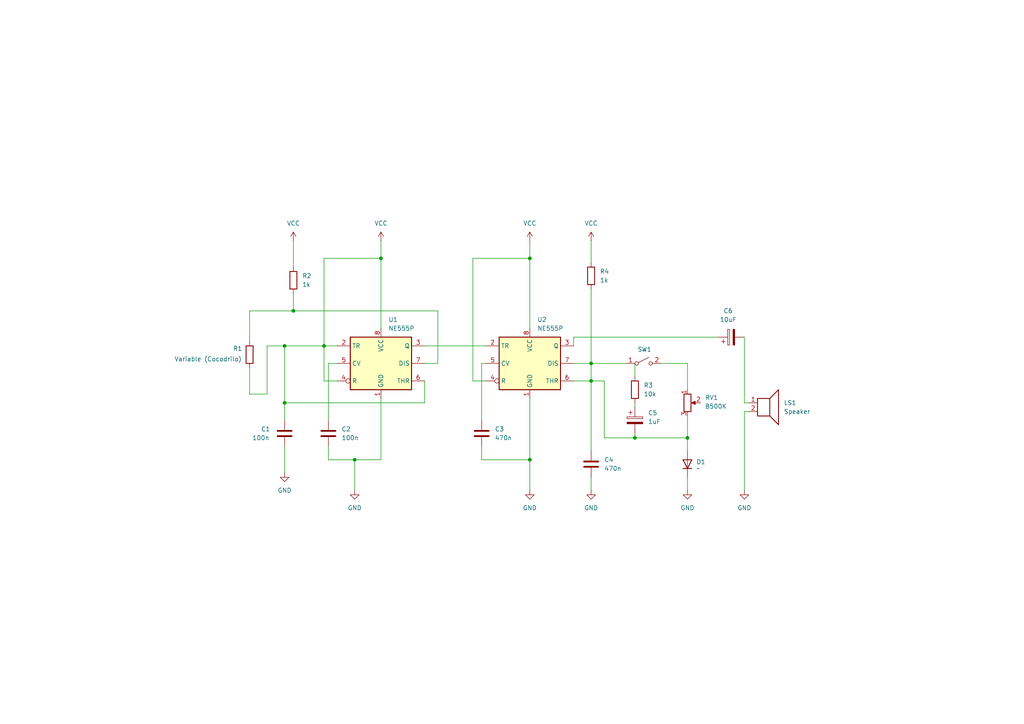
<source format=kicad_sch>
(kicad_sch
	(version 20250114)
	(generator "eeschema")
	(generator_version "9.0")
	(uuid "785eaf83-85bb-46b4-8763-604dab4c5d27")
	(paper "A4")
	(lib_symbols
		(symbol "Device:C"
			(pin_numbers
				(hide yes)
			)
			(pin_names
				(offset 0.254)
			)
			(exclude_from_sim no)
			(in_bom yes)
			(on_board yes)
			(property "Reference" "C"
				(at 0.635 2.54 0)
				(effects
					(font
						(size 1.27 1.27)
					)
					(justify left)
				)
			)
			(property "Value" "C"
				(at 0.635 -2.54 0)
				(effects
					(font
						(size 1.27 1.27)
					)
					(justify left)
				)
			)
			(property "Footprint" ""
				(at 0.9652 -3.81 0)
				(effects
					(font
						(size 1.27 1.27)
					)
					(hide yes)
				)
			)
			(property "Datasheet" "~"
				(at 0 0 0)
				(effects
					(font
						(size 1.27 1.27)
					)
					(hide yes)
				)
			)
			(property "Description" "Unpolarized capacitor"
				(at 0 0 0)
				(effects
					(font
						(size 1.27 1.27)
					)
					(hide yes)
				)
			)
			(property "ki_keywords" "cap capacitor"
				(at 0 0 0)
				(effects
					(font
						(size 1.27 1.27)
					)
					(hide yes)
				)
			)
			(property "ki_fp_filters" "C_*"
				(at 0 0 0)
				(effects
					(font
						(size 1.27 1.27)
					)
					(hide yes)
				)
			)
			(symbol "C_0_1"
				(polyline
					(pts
						(xy -2.032 0.762) (xy 2.032 0.762)
					)
					(stroke
						(width 0.508)
						(type default)
					)
					(fill
						(type none)
					)
				)
				(polyline
					(pts
						(xy -2.032 -0.762) (xy 2.032 -0.762)
					)
					(stroke
						(width 0.508)
						(type default)
					)
					(fill
						(type none)
					)
				)
			)
			(symbol "C_1_1"
				(pin passive line
					(at 0 3.81 270)
					(length 2.794)
					(name "~"
						(effects
							(font
								(size 1.27 1.27)
							)
						)
					)
					(number "1"
						(effects
							(font
								(size 1.27 1.27)
							)
						)
					)
				)
				(pin passive line
					(at 0 -3.81 90)
					(length 2.794)
					(name "~"
						(effects
							(font
								(size 1.27 1.27)
							)
						)
					)
					(number "2"
						(effects
							(font
								(size 1.27 1.27)
							)
						)
					)
				)
			)
			(embedded_fonts no)
		)
		(symbol "Device:C_Polarized"
			(pin_numbers
				(hide yes)
			)
			(pin_names
				(offset 0.254)
			)
			(exclude_from_sim no)
			(in_bom yes)
			(on_board yes)
			(property "Reference" "C"
				(at 0.635 2.54 0)
				(effects
					(font
						(size 1.27 1.27)
					)
					(justify left)
				)
			)
			(property "Value" "C_Polarized"
				(at 0.635 -2.54 0)
				(effects
					(font
						(size 1.27 1.27)
					)
					(justify left)
				)
			)
			(property "Footprint" ""
				(at 0.9652 -3.81 0)
				(effects
					(font
						(size 1.27 1.27)
					)
					(hide yes)
				)
			)
			(property "Datasheet" "~"
				(at 0 0 0)
				(effects
					(font
						(size 1.27 1.27)
					)
					(hide yes)
				)
			)
			(property "Description" "Polarized capacitor"
				(at 0 0 0)
				(effects
					(font
						(size 1.27 1.27)
					)
					(hide yes)
				)
			)
			(property "ki_keywords" "cap capacitor"
				(at 0 0 0)
				(effects
					(font
						(size 1.27 1.27)
					)
					(hide yes)
				)
			)
			(property "ki_fp_filters" "CP_*"
				(at 0 0 0)
				(effects
					(font
						(size 1.27 1.27)
					)
					(hide yes)
				)
			)
			(symbol "C_Polarized_0_1"
				(rectangle
					(start -2.286 0.508)
					(end 2.286 1.016)
					(stroke
						(width 0)
						(type default)
					)
					(fill
						(type none)
					)
				)
				(polyline
					(pts
						(xy -1.778 2.286) (xy -0.762 2.286)
					)
					(stroke
						(width 0)
						(type default)
					)
					(fill
						(type none)
					)
				)
				(polyline
					(pts
						(xy -1.27 2.794) (xy -1.27 1.778)
					)
					(stroke
						(width 0)
						(type default)
					)
					(fill
						(type none)
					)
				)
				(rectangle
					(start 2.286 -0.508)
					(end -2.286 -1.016)
					(stroke
						(width 0)
						(type default)
					)
					(fill
						(type outline)
					)
				)
			)
			(symbol "C_Polarized_1_1"
				(pin passive line
					(at 0 3.81 270)
					(length 2.794)
					(name "~"
						(effects
							(font
								(size 1.27 1.27)
							)
						)
					)
					(number "1"
						(effects
							(font
								(size 1.27 1.27)
							)
						)
					)
				)
				(pin passive line
					(at 0 -3.81 90)
					(length 2.794)
					(name "~"
						(effects
							(font
								(size 1.27 1.27)
							)
						)
					)
					(number "2"
						(effects
							(font
								(size 1.27 1.27)
							)
						)
					)
				)
			)
			(embedded_fonts no)
		)
		(symbol "Device:D"
			(pin_numbers
				(hide yes)
			)
			(pin_names
				(offset 1.016)
				(hide yes)
			)
			(exclude_from_sim no)
			(in_bom yes)
			(on_board yes)
			(property "Reference" "D"
				(at 0 2.54 0)
				(effects
					(font
						(size 1.27 1.27)
					)
				)
			)
			(property "Value" "D"
				(at 0 -2.54 0)
				(effects
					(font
						(size 1.27 1.27)
					)
				)
			)
			(property "Footprint" ""
				(at 0 0 0)
				(effects
					(font
						(size 1.27 1.27)
					)
					(hide yes)
				)
			)
			(property "Datasheet" "~"
				(at 0 0 0)
				(effects
					(font
						(size 1.27 1.27)
					)
					(hide yes)
				)
			)
			(property "Description" "Diode"
				(at 0 0 0)
				(effects
					(font
						(size 1.27 1.27)
					)
					(hide yes)
				)
			)
			(property "Sim.Device" "D"
				(at 0 0 0)
				(effects
					(font
						(size 1.27 1.27)
					)
					(hide yes)
				)
			)
			(property "Sim.Pins" "1=K 2=A"
				(at 0 0 0)
				(effects
					(font
						(size 1.27 1.27)
					)
					(hide yes)
				)
			)
			(property "ki_keywords" "diode"
				(at 0 0 0)
				(effects
					(font
						(size 1.27 1.27)
					)
					(hide yes)
				)
			)
			(property "ki_fp_filters" "TO-???* *_Diode_* *SingleDiode* D_*"
				(at 0 0 0)
				(effects
					(font
						(size 1.27 1.27)
					)
					(hide yes)
				)
			)
			(symbol "D_0_1"
				(polyline
					(pts
						(xy -1.27 1.27) (xy -1.27 -1.27)
					)
					(stroke
						(width 0.254)
						(type default)
					)
					(fill
						(type none)
					)
				)
				(polyline
					(pts
						(xy 1.27 1.27) (xy 1.27 -1.27) (xy -1.27 0) (xy 1.27 1.27)
					)
					(stroke
						(width 0.254)
						(type default)
					)
					(fill
						(type none)
					)
				)
				(polyline
					(pts
						(xy 1.27 0) (xy -1.27 0)
					)
					(stroke
						(width 0)
						(type default)
					)
					(fill
						(type none)
					)
				)
			)
			(symbol "D_1_1"
				(pin passive line
					(at -3.81 0 0)
					(length 2.54)
					(name "K"
						(effects
							(font
								(size 1.27 1.27)
							)
						)
					)
					(number "1"
						(effects
							(font
								(size 1.27 1.27)
							)
						)
					)
				)
				(pin passive line
					(at 3.81 0 180)
					(length 2.54)
					(name "A"
						(effects
							(font
								(size 1.27 1.27)
							)
						)
					)
					(number "2"
						(effects
							(font
								(size 1.27 1.27)
							)
						)
					)
				)
			)
			(embedded_fonts no)
		)
		(symbol "Device:R"
			(pin_numbers
				(hide yes)
			)
			(pin_names
				(offset 0)
			)
			(exclude_from_sim no)
			(in_bom yes)
			(on_board yes)
			(property "Reference" "R"
				(at 2.032 0 90)
				(effects
					(font
						(size 1.27 1.27)
					)
				)
			)
			(property "Value" "R"
				(at 0 0 90)
				(effects
					(font
						(size 1.27 1.27)
					)
				)
			)
			(property "Footprint" ""
				(at -1.778 0 90)
				(effects
					(font
						(size 1.27 1.27)
					)
					(hide yes)
				)
			)
			(property "Datasheet" "~"
				(at 0 0 0)
				(effects
					(font
						(size 1.27 1.27)
					)
					(hide yes)
				)
			)
			(property "Description" "Resistor"
				(at 0 0 0)
				(effects
					(font
						(size 1.27 1.27)
					)
					(hide yes)
				)
			)
			(property "ki_keywords" "R res resistor"
				(at 0 0 0)
				(effects
					(font
						(size 1.27 1.27)
					)
					(hide yes)
				)
			)
			(property "ki_fp_filters" "R_*"
				(at 0 0 0)
				(effects
					(font
						(size 1.27 1.27)
					)
					(hide yes)
				)
			)
			(symbol "R_0_1"
				(rectangle
					(start -1.016 -2.54)
					(end 1.016 2.54)
					(stroke
						(width 0.254)
						(type default)
					)
					(fill
						(type none)
					)
				)
			)
			(symbol "R_1_1"
				(pin passive line
					(at 0 3.81 270)
					(length 1.27)
					(name "~"
						(effects
							(font
								(size 1.27 1.27)
							)
						)
					)
					(number "1"
						(effects
							(font
								(size 1.27 1.27)
							)
						)
					)
				)
				(pin passive line
					(at 0 -3.81 90)
					(length 1.27)
					(name "~"
						(effects
							(font
								(size 1.27 1.27)
							)
						)
					)
					(number "2"
						(effects
							(font
								(size 1.27 1.27)
							)
						)
					)
				)
			)
			(embedded_fonts no)
		)
		(symbol "Device:R_Potentiometer"
			(pin_names
				(offset 1.016)
				(hide yes)
			)
			(exclude_from_sim no)
			(in_bom yes)
			(on_board yes)
			(property "Reference" "RV"
				(at -4.445 0 90)
				(effects
					(font
						(size 1.27 1.27)
					)
				)
			)
			(property "Value" "R_Potentiometer"
				(at -2.54 0 90)
				(effects
					(font
						(size 1.27 1.27)
					)
				)
			)
			(property "Footprint" ""
				(at 0 0 0)
				(effects
					(font
						(size 1.27 1.27)
					)
					(hide yes)
				)
			)
			(property "Datasheet" "~"
				(at 0 0 0)
				(effects
					(font
						(size 1.27 1.27)
					)
					(hide yes)
				)
			)
			(property "Description" "Potentiometer"
				(at 0 0 0)
				(effects
					(font
						(size 1.27 1.27)
					)
					(hide yes)
				)
			)
			(property "ki_keywords" "resistor variable"
				(at 0 0 0)
				(effects
					(font
						(size 1.27 1.27)
					)
					(hide yes)
				)
			)
			(property "ki_fp_filters" "Potentiometer*"
				(at 0 0 0)
				(effects
					(font
						(size 1.27 1.27)
					)
					(hide yes)
				)
			)
			(symbol "R_Potentiometer_0_1"
				(rectangle
					(start 1.016 2.54)
					(end -1.016 -2.54)
					(stroke
						(width 0.254)
						(type default)
					)
					(fill
						(type none)
					)
				)
				(polyline
					(pts
						(xy 1.143 0) (xy 2.286 0.508) (xy 2.286 -0.508) (xy 1.143 0)
					)
					(stroke
						(width 0)
						(type default)
					)
					(fill
						(type outline)
					)
				)
				(polyline
					(pts
						(xy 2.54 0) (xy 1.524 0)
					)
					(stroke
						(width 0)
						(type default)
					)
					(fill
						(type none)
					)
				)
			)
			(symbol "R_Potentiometer_1_1"
				(pin passive line
					(at 0 3.81 270)
					(length 1.27)
					(name "1"
						(effects
							(font
								(size 1.27 1.27)
							)
						)
					)
					(number "1"
						(effects
							(font
								(size 1.27 1.27)
							)
						)
					)
				)
				(pin passive line
					(at 0 -3.81 90)
					(length 1.27)
					(name "3"
						(effects
							(font
								(size 1.27 1.27)
							)
						)
					)
					(number "3"
						(effects
							(font
								(size 1.27 1.27)
							)
						)
					)
				)
				(pin passive line
					(at 3.81 0 180)
					(length 1.27)
					(name "2"
						(effects
							(font
								(size 1.27 1.27)
							)
						)
					)
					(number "2"
						(effects
							(font
								(size 1.27 1.27)
							)
						)
					)
				)
			)
			(embedded_fonts no)
		)
		(symbol "Device:Speaker"
			(pin_names
				(offset 0)
				(hide yes)
			)
			(exclude_from_sim no)
			(in_bom yes)
			(on_board yes)
			(property "Reference" "LS"
				(at 1.27 5.715 0)
				(effects
					(font
						(size 1.27 1.27)
					)
					(justify right)
				)
			)
			(property "Value" "Speaker"
				(at 1.27 3.81 0)
				(effects
					(font
						(size 1.27 1.27)
					)
					(justify right)
				)
			)
			(property "Footprint" ""
				(at 0 -5.08 0)
				(effects
					(font
						(size 1.27 1.27)
					)
					(hide yes)
				)
			)
			(property "Datasheet" "~"
				(at -0.254 -1.27 0)
				(effects
					(font
						(size 1.27 1.27)
					)
					(hide yes)
				)
			)
			(property "Description" "Speaker"
				(at 0 0 0)
				(effects
					(font
						(size 1.27 1.27)
					)
					(hide yes)
				)
			)
			(property "ki_keywords" "speaker sound"
				(at 0 0 0)
				(effects
					(font
						(size 1.27 1.27)
					)
					(hide yes)
				)
			)
			(symbol "Speaker_0_0"
				(rectangle
					(start -2.54 1.27)
					(end 1.016 -3.81)
					(stroke
						(width 0.254)
						(type default)
					)
					(fill
						(type none)
					)
				)
				(polyline
					(pts
						(xy 1.016 1.27) (xy 3.556 3.81) (xy 3.556 -6.35) (xy 1.016 -3.81)
					)
					(stroke
						(width 0.254)
						(type default)
					)
					(fill
						(type none)
					)
				)
			)
			(symbol "Speaker_1_1"
				(pin input line
					(at -5.08 0 0)
					(length 2.54)
					(name "1"
						(effects
							(font
								(size 1.27 1.27)
							)
						)
					)
					(number "1"
						(effects
							(font
								(size 1.27 1.27)
							)
						)
					)
				)
				(pin input line
					(at -5.08 -2.54 0)
					(length 2.54)
					(name "2"
						(effects
							(font
								(size 1.27 1.27)
							)
						)
					)
					(number "2"
						(effects
							(font
								(size 1.27 1.27)
							)
						)
					)
				)
			)
			(embedded_fonts no)
		)
		(symbol "Switch:SW_SPST"
			(pin_names
				(offset 0)
				(hide yes)
			)
			(exclude_from_sim no)
			(in_bom yes)
			(on_board yes)
			(property "Reference" "SW"
				(at 0 3.175 0)
				(effects
					(font
						(size 1.27 1.27)
					)
				)
			)
			(property "Value" "SW_SPST"
				(at 0 -2.54 0)
				(effects
					(font
						(size 1.27 1.27)
					)
				)
			)
			(property "Footprint" ""
				(at 0 0 0)
				(effects
					(font
						(size 1.27 1.27)
					)
					(hide yes)
				)
			)
			(property "Datasheet" "~"
				(at 0 0 0)
				(effects
					(font
						(size 1.27 1.27)
					)
					(hide yes)
				)
			)
			(property "Description" "Single Pole Single Throw (SPST) switch"
				(at 0 0 0)
				(effects
					(font
						(size 1.27 1.27)
					)
					(hide yes)
				)
			)
			(property "ki_keywords" "switch lever"
				(at 0 0 0)
				(effects
					(font
						(size 1.27 1.27)
					)
					(hide yes)
				)
			)
			(symbol "SW_SPST_0_0"
				(circle
					(center -2.032 0)
					(radius 0.508)
					(stroke
						(width 0)
						(type default)
					)
					(fill
						(type none)
					)
				)
				(polyline
					(pts
						(xy -1.524 0.254) (xy 1.524 1.778)
					)
					(stroke
						(width 0)
						(type default)
					)
					(fill
						(type none)
					)
				)
				(circle
					(center 2.032 0)
					(radius 0.508)
					(stroke
						(width 0)
						(type default)
					)
					(fill
						(type none)
					)
				)
			)
			(symbol "SW_SPST_1_1"
				(pin passive line
					(at -5.08 0 0)
					(length 2.54)
					(name "A"
						(effects
							(font
								(size 1.27 1.27)
							)
						)
					)
					(number "1"
						(effects
							(font
								(size 1.27 1.27)
							)
						)
					)
				)
				(pin passive line
					(at 5.08 0 180)
					(length 2.54)
					(name "B"
						(effects
							(font
								(size 1.27 1.27)
							)
						)
					)
					(number "2"
						(effects
							(font
								(size 1.27 1.27)
							)
						)
					)
				)
			)
			(embedded_fonts no)
		)
		(symbol "Timer:NE555P"
			(exclude_from_sim no)
			(in_bom yes)
			(on_board yes)
			(property "Reference" "U"
				(at -10.16 8.89 0)
				(effects
					(font
						(size 1.27 1.27)
					)
					(justify left)
				)
			)
			(property "Value" "NE555P"
				(at 2.54 8.89 0)
				(effects
					(font
						(size 1.27 1.27)
					)
					(justify left)
				)
			)
			(property "Footprint" "Package_DIP:DIP-8_W7.62mm"
				(at 16.51 -10.16 0)
				(effects
					(font
						(size 1.27 1.27)
					)
					(hide yes)
				)
			)
			(property "Datasheet" "http://www.ti.com/lit/ds/symlink/ne555.pdf"
				(at 21.59 -10.16 0)
				(effects
					(font
						(size 1.27 1.27)
					)
					(hide yes)
				)
			)
			(property "Description" "Precision Timers, 555 compatible,  PDIP-8"
				(at 0 0 0)
				(effects
					(font
						(size 1.27 1.27)
					)
					(hide yes)
				)
			)
			(property "ki_keywords" "single timer 555"
				(at 0 0 0)
				(effects
					(font
						(size 1.27 1.27)
					)
					(hide yes)
				)
			)
			(property "ki_fp_filters" "DIP*W7.62mm*"
				(at 0 0 0)
				(effects
					(font
						(size 1.27 1.27)
					)
					(hide yes)
				)
			)
			(symbol "NE555P_0_0"
				(pin power_in line
					(at 0 10.16 270)
					(length 2.54)
					(name "VCC"
						(effects
							(font
								(size 1.27 1.27)
							)
						)
					)
					(number "8"
						(effects
							(font
								(size 1.27 1.27)
							)
						)
					)
				)
				(pin power_in line
					(at 0 -10.16 90)
					(length 2.54)
					(name "GND"
						(effects
							(font
								(size 1.27 1.27)
							)
						)
					)
					(number "1"
						(effects
							(font
								(size 1.27 1.27)
							)
						)
					)
				)
			)
			(symbol "NE555P_0_1"
				(rectangle
					(start -8.89 -7.62)
					(end 8.89 7.62)
					(stroke
						(width 0.254)
						(type default)
					)
					(fill
						(type background)
					)
				)
				(rectangle
					(start -8.89 -7.62)
					(end 8.89 7.62)
					(stroke
						(width 0.254)
						(type default)
					)
					(fill
						(type background)
					)
				)
			)
			(symbol "NE555P_1_1"
				(pin input line
					(at -12.7 5.08 0)
					(length 3.81)
					(name "TR"
						(effects
							(font
								(size 1.27 1.27)
							)
						)
					)
					(number "2"
						(effects
							(font
								(size 1.27 1.27)
							)
						)
					)
				)
				(pin input line
					(at -12.7 0 0)
					(length 3.81)
					(name "CV"
						(effects
							(font
								(size 1.27 1.27)
							)
						)
					)
					(number "5"
						(effects
							(font
								(size 1.27 1.27)
							)
						)
					)
				)
				(pin input inverted
					(at -12.7 -5.08 0)
					(length 3.81)
					(name "R"
						(effects
							(font
								(size 1.27 1.27)
							)
						)
					)
					(number "4"
						(effects
							(font
								(size 1.27 1.27)
							)
						)
					)
				)
				(pin output line
					(at 12.7 5.08 180)
					(length 3.81)
					(name "Q"
						(effects
							(font
								(size 1.27 1.27)
							)
						)
					)
					(number "3"
						(effects
							(font
								(size 1.27 1.27)
							)
						)
					)
				)
				(pin input line
					(at 12.7 0 180)
					(length 3.81)
					(name "DIS"
						(effects
							(font
								(size 1.27 1.27)
							)
						)
					)
					(number "7"
						(effects
							(font
								(size 1.27 1.27)
							)
						)
					)
				)
				(pin input line
					(at 12.7 -5.08 180)
					(length 3.81)
					(name "THR"
						(effects
							(font
								(size 1.27 1.27)
							)
						)
					)
					(number "6"
						(effects
							(font
								(size 1.27 1.27)
							)
						)
					)
				)
			)
			(embedded_fonts no)
		)
		(symbol "power:GND"
			(power)
			(pin_numbers
				(hide yes)
			)
			(pin_names
				(offset 0)
				(hide yes)
			)
			(exclude_from_sim no)
			(in_bom yes)
			(on_board yes)
			(property "Reference" "#PWR"
				(at 0 -6.35 0)
				(effects
					(font
						(size 1.27 1.27)
					)
					(hide yes)
				)
			)
			(property "Value" "GND"
				(at 0 -3.81 0)
				(effects
					(font
						(size 1.27 1.27)
					)
				)
			)
			(property "Footprint" ""
				(at 0 0 0)
				(effects
					(font
						(size 1.27 1.27)
					)
					(hide yes)
				)
			)
			(property "Datasheet" ""
				(at 0 0 0)
				(effects
					(font
						(size 1.27 1.27)
					)
					(hide yes)
				)
			)
			(property "Description" "Power symbol creates a global label with name \"GND\" , ground"
				(at 0 0 0)
				(effects
					(font
						(size 1.27 1.27)
					)
					(hide yes)
				)
			)
			(property "ki_keywords" "global power"
				(at 0 0 0)
				(effects
					(font
						(size 1.27 1.27)
					)
					(hide yes)
				)
			)
			(symbol "GND_0_1"
				(polyline
					(pts
						(xy 0 0) (xy 0 -1.27) (xy 1.27 -1.27) (xy 0 -2.54) (xy -1.27 -1.27) (xy 0 -1.27)
					)
					(stroke
						(width 0)
						(type default)
					)
					(fill
						(type none)
					)
				)
			)
			(symbol "GND_1_1"
				(pin power_in line
					(at 0 0 270)
					(length 0)
					(name "~"
						(effects
							(font
								(size 1.27 1.27)
							)
						)
					)
					(number "1"
						(effects
							(font
								(size 1.27 1.27)
							)
						)
					)
				)
			)
			(embedded_fonts no)
		)
		(symbol "power:VCC"
			(power)
			(pin_numbers
				(hide yes)
			)
			(pin_names
				(offset 0)
				(hide yes)
			)
			(exclude_from_sim no)
			(in_bom yes)
			(on_board yes)
			(property "Reference" "#PWR"
				(at 0 -3.81 0)
				(effects
					(font
						(size 1.27 1.27)
					)
					(hide yes)
				)
			)
			(property "Value" "VCC"
				(at 0 3.556 0)
				(effects
					(font
						(size 1.27 1.27)
					)
				)
			)
			(property "Footprint" ""
				(at 0 0 0)
				(effects
					(font
						(size 1.27 1.27)
					)
					(hide yes)
				)
			)
			(property "Datasheet" ""
				(at 0 0 0)
				(effects
					(font
						(size 1.27 1.27)
					)
					(hide yes)
				)
			)
			(property "Description" "Power symbol creates a global label with name \"VCC\""
				(at 0 0 0)
				(effects
					(font
						(size 1.27 1.27)
					)
					(hide yes)
				)
			)
			(property "ki_keywords" "global power"
				(at 0 0 0)
				(effects
					(font
						(size 1.27 1.27)
					)
					(hide yes)
				)
			)
			(symbol "VCC_0_1"
				(polyline
					(pts
						(xy -0.762 1.27) (xy 0 2.54)
					)
					(stroke
						(width 0)
						(type default)
					)
					(fill
						(type none)
					)
				)
				(polyline
					(pts
						(xy 0 2.54) (xy 0.762 1.27)
					)
					(stroke
						(width 0)
						(type default)
					)
					(fill
						(type none)
					)
				)
				(polyline
					(pts
						(xy 0 0) (xy 0 2.54)
					)
					(stroke
						(width 0)
						(type default)
					)
					(fill
						(type none)
					)
				)
			)
			(symbol "VCC_1_1"
				(pin power_in line
					(at 0 0 90)
					(length 0)
					(name "~"
						(effects
							(font
								(size 1.27 1.27)
							)
						)
					)
					(number "1"
						(effects
							(font
								(size 1.27 1.27)
							)
						)
					)
				)
			)
			(embedded_fonts no)
		)
	)
	(junction
		(at 85.09 90.17)
		(diameter 0)
		(color 0 0 0 0)
		(uuid "020f5942-477a-49e8-a83b-a8567873bd5e")
	)
	(junction
		(at 171.45 110.49)
		(diameter 0)
		(color 0 0 0 0)
		(uuid "35aa0c70-a03f-4ff8-be60-c41033d505cc")
	)
	(junction
		(at 184.15 127)
		(diameter 0)
		(color 0 0 0 0)
		(uuid "39fac811-5a13-4d30-9fbe-182f0cf0b63b")
	)
	(junction
		(at 199.39 127)
		(diameter 0)
		(color 0 0 0 0)
		(uuid "61a899e3-149b-4a42-ad69-35309a1a8dfa")
	)
	(junction
		(at 153.67 74.93)
		(diameter 0)
		(color 0 0 0 0)
		(uuid "6a3ec2f2-917e-4fca-b181-6ea5bc4a91b2")
	)
	(junction
		(at 171.45 105.41)
		(diameter 0)
		(color 0 0 0 0)
		(uuid "6c1bc823-eb47-4485-bd3a-9f8f4d5fe9b3")
	)
	(junction
		(at 93.98 100.33)
		(diameter 0)
		(color 0 0 0 0)
		(uuid "79640d8e-b121-47ee-b68f-cc1cbdc692a0")
	)
	(junction
		(at 153.67 133.35)
		(diameter 0)
		(color 0 0 0 0)
		(uuid "863add80-5c54-4b98-9709-bdb52193ee4b")
	)
	(junction
		(at 110.49 74.93)
		(diameter 0)
		(color 0 0 0 0)
		(uuid "b1e0b9de-176e-4b4f-9d0c-cab00ce78c7b")
	)
	(junction
		(at 102.87 133.35)
		(diameter 0)
		(color 0 0 0 0)
		(uuid "c3cd7f3e-f5ff-457e-84bb-de8ac7873eb9")
	)
	(junction
		(at 82.55 100.33)
		(diameter 0)
		(color 0 0 0 0)
		(uuid "ece444e5-fd8d-4a19-b0f8-5de6d9076841")
	)
	(junction
		(at 82.55 116.84)
		(diameter 0)
		(color 0 0 0 0)
		(uuid "f165a9b6-4e0b-4598-8995-24a33f40b19e")
	)
	(wire
		(pts
			(xy 85.09 69.85) (xy 85.09 77.47)
		)
		(stroke
			(width 0)
			(type default)
		)
		(uuid "00185f13-c1a8-4a31-b2f2-ad83f85b955e")
	)
	(wire
		(pts
			(xy 93.98 100.33) (xy 93.98 74.93)
		)
		(stroke
			(width 0)
			(type default)
		)
		(uuid "07bf5abb-8732-4de2-9182-0fc3cf363cf9")
	)
	(wire
		(pts
			(xy 123.19 110.49) (xy 123.19 116.84)
		)
		(stroke
			(width 0)
			(type default)
		)
		(uuid "08299351-9e70-40bb-856f-7c506f2c2613")
	)
	(wire
		(pts
			(xy 140.97 105.41) (xy 139.7 105.41)
		)
		(stroke
			(width 0)
			(type default)
		)
		(uuid "0895ba4c-c03d-4762-ae21-629b14b886f1")
	)
	(wire
		(pts
			(xy 110.49 115.57) (xy 110.49 133.35)
		)
		(stroke
			(width 0)
			(type default)
		)
		(uuid "19c80056-de16-4c85-800d-1d19245ad6d7")
	)
	(wire
		(pts
			(xy 85.09 90.17) (xy 85.09 85.09)
		)
		(stroke
			(width 0)
			(type default)
		)
		(uuid "1a87f662-f987-4e3c-b9ec-846c4824234a")
	)
	(wire
		(pts
			(xy 171.45 138.43) (xy 171.45 142.24)
		)
		(stroke
			(width 0)
			(type default)
		)
		(uuid "205455a9-ad80-409a-9b63-f5df572ef643")
	)
	(wire
		(pts
			(xy 77.47 114.3) (xy 72.39 114.3)
		)
		(stroke
			(width 0)
			(type default)
		)
		(uuid "22fad183-fa1e-4ae0-a228-f9a1ff4d392a")
	)
	(wire
		(pts
			(xy 166.37 97.79) (xy 166.37 100.33)
		)
		(stroke
			(width 0)
			(type default)
		)
		(uuid "271546f9-1600-4d5b-8ba2-c9e0ac9d3414")
	)
	(wire
		(pts
			(xy 139.7 129.54) (xy 139.7 133.35)
		)
		(stroke
			(width 0)
			(type default)
		)
		(uuid "28e3bbfd-e3cc-479f-97f0-fb98cc93c052")
	)
	(wire
		(pts
			(xy 82.55 100.33) (xy 82.55 116.84)
		)
		(stroke
			(width 0)
			(type default)
		)
		(uuid "2cf0682f-e25c-46cc-b927-82ac16d96601")
	)
	(wire
		(pts
			(xy 93.98 110.49) (xy 93.98 100.33)
		)
		(stroke
			(width 0)
			(type default)
		)
		(uuid "30c66a02-45df-4d8e-8380-effa4c34c7a2")
	)
	(wire
		(pts
			(xy 95.25 105.41) (xy 95.25 121.92)
		)
		(stroke
			(width 0)
			(type default)
		)
		(uuid "30e13e24-0941-4c4f-8f06-7913d7a4ebae")
	)
	(wire
		(pts
			(xy 82.55 129.54) (xy 82.55 137.16)
		)
		(stroke
			(width 0)
			(type default)
		)
		(uuid "37daba45-a3d3-4b8f-b15b-601af324f320")
	)
	(wire
		(pts
			(xy 199.39 105.41) (xy 191.77 105.41)
		)
		(stroke
			(width 0)
			(type default)
		)
		(uuid "3923c813-6e30-461b-8cf9-7c7f0cd91191")
	)
	(wire
		(pts
			(xy 184.15 127) (xy 184.15 125.73)
		)
		(stroke
			(width 0)
			(type default)
		)
		(uuid "40c6cbf9-01af-4345-8d3b-e5ed84bc791f")
	)
	(wire
		(pts
			(xy 82.55 116.84) (xy 82.55 121.92)
		)
		(stroke
			(width 0)
			(type default)
		)
		(uuid "46349c7a-8f1c-4b88-a5b6-a19323665a53")
	)
	(wire
		(pts
			(xy 139.7 133.35) (xy 153.67 133.35)
		)
		(stroke
			(width 0)
			(type default)
		)
		(uuid "544c5d73-c6e9-4261-a1f0-e9c873187b17")
	)
	(wire
		(pts
			(xy 171.45 105.41) (xy 171.45 110.49)
		)
		(stroke
			(width 0)
			(type default)
		)
		(uuid "54e2dba2-afdb-4d3e-a2f5-132792a84ddf")
	)
	(wire
		(pts
			(xy 93.98 100.33) (xy 97.79 100.33)
		)
		(stroke
			(width 0)
			(type default)
		)
		(uuid "5501f099-5add-4393-bccc-ea4a8cb0ba30")
	)
	(wire
		(pts
			(xy 215.9 119.38) (xy 215.9 142.24)
		)
		(stroke
			(width 0)
			(type default)
		)
		(uuid "5b9e5491-c257-4b43-b898-9a5ae9841c7f")
	)
	(wire
		(pts
			(xy 95.25 133.35) (xy 102.87 133.35)
		)
		(stroke
			(width 0)
			(type default)
		)
		(uuid "61bd663b-5243-4731-ba78-7e07e125505c")
	)
	(wire
		(pts
			(xy 72.39 114.3) (xy 72.39 106.68)
		)
		(stroke
			(width 0)
			(type default)
		)
		(uuid "634df238-2865-49c7-af67-7704c2b82459")
	)
	(wire
		(pts
			(xy 166.37 110.49) (xy 171.45 110.49)
		)
		(stroke
			(width 0)
			(type default)
		)
		(uuid "699642c0-5118-4a78-9a1d-f34524e0233e")
	)
	(wire
		(pts
			(xy 171.45 130.81) (xy 171.45 110.49)
		)
		(stroke
			(width 0)
			(type default)
		)
		(uuid "6b8ba68b-900d-477c-bf07-e56c449600de")
	)
	(wire
		(pts
			(xy 82.55 116.84) (xy 123.19 116.84)
		)
		(stroke
			(width 0)
			(type default)
		)
		(uuid "7fd6b276-e343-413e-9314-a7c1b47fd751")
	)
	(wire
		(pts
			(xy 137.16 74.93) (xy 153.67 74.93)
		)
		(stroke
			(width 0)
			(type default)
		)
		(uuid "845402f3-5478-49e2-bfa3-ce7ed229025e")
	)
	(wire
		(pts
			(xy 215.9 116.84) (xy 217.17 116.84)
		)
		(stroke
			(width 0)
			(type default)
		)
		(uuid "84df3cba-8765-44b9-9a08-ebf3c7501949")
	)
	(wire
		(pts
			(xy 137.16 110.49) (xy 137.16 74.93)
		)
		(stroke
			(width 0)
			(type default)
		)
		(uuid "88ee090f-158c-482e-b975-3a430455fe72")
	)
	(wire
		(pts
			(xy 171.45 105.41) (xy 181.61 105.41)
		)
		(stroke
			(width 0)
			(type default)
		)
		(uuid "8ac3bfb9-f7b2-42a5-9b82-5f7e0522545e")
	)
	(wire
		(pts
			(xy 199.39 127) (xy 199.39 130.81)
		)
		(stroke
			(width 0)
			(type default)
		)
		(uuid "8d2ef36d-86ee-4419-8104-8e8a9f3e599e")
	)
	(wire
		(pts
			(xy 82.55 100.33) (xy 93.98 100.33)
		)
		(stroke
			(width 0)
			(type default)
		)
		(uuid "93031f87-ce87-480a-8b62-521c26d86afd")
	)
	(wire
		(pts
			(xy 97.79 110.49) (xy 93.98 110.49)
		)
		(stroke
			(width 0)
			(type default)
		)
		(uuid "93ee9d5e-63b6-426a-99a7-f548ad156a61")
	)
	(wire
		(pts
			(xy 77.47 114.3) (xy 77.47 100.33)
		)
		(stroke
			(width 0)
			(type default)
		)
		(uuid "94946b5d-fb9a-4208-b13d-0a0571e77ca9")
	)
	(wire
		(pts
			(xy 166.37 97.79) (xy 208.28 97.79)
		)
		(stroke
			(width 0)
			(type default)
		)
		(uuid "9a1282fd-9b0e-4c57-93eb-56bd418df23a")
	)
	(wire
		(pts
			(xy 171.45 83.82) (xy 171.45 105.41)
		)
		(stroke
			(width 0)
			(type default)
		)
		(uuid "9a7e147f-f201-46a6-a65e-aaee556cc084")
	)
	(wire
		(pts
			(xy 184.15 116.84) (xy 184.15 118.11)
		)
		(stroke
			(width 0)
			(type default)
		)
		(uuid "a23db5b5-10e0-4521-9c8d-a21df09be973")
	)
	(wire
		(pts
			(xy 153.67 69.85) (xy 153.67 74.93)
		)
		(stroke
			(width 0)
			(type default)
		)
		(uuid "b51b9488-13af-4391-911f-57a60335c164")
	)
	(wire
		(pts
			(xy 102.87 133.35) (xy 102.87 142.24)
		)
		(stroke
			(width 0)
			(type default)
		)
		(uuid "b8ed590c-1b1d-44c9-afad-fdd063da07bf")
	)
	(wire
		(pts
			(xy 140.97 110.49) (xy 137.16 110.49)
		)
		(stroke
			(width 0)
			(type default)
		)
		(uuid "b95ee78d-3276-4ee4-b290-eeb4afc6f3f3")
	)
	(wire
		(pts
			(xy 166.37 105.41) (xy 171.45 105.41)
		)
		(stroke
			(width 0)
			(type default)
		)
		(uuid "bb1210b1-9cff-421f-8341-756ec82013a2")
	)
	(wire
		(pts
			(xy 199.39 138.43) (xy 199.39 142.24)
		)
		(stroke
			(width 0)
			(type default)
		)
		(uuid "bca7193c-12a1-4fee-8ddc-1c80761f6861")
	)
	(wire
		(pts
			(xy 127 105.41) (xy 127 90.17)
		)
		(stroke
			(width 0)
			(type default)
		)
		(uuid "bfd242ce-cf88-4ed8-a51d-0fdf2f96df85")
	)
	(wire
		(pts
			(xy 110.49 74.93) (xy 110.49 95.25)
		)
		(stroke
			(width 0)
			(type default)
		)
		(uuid "c19e463f-524b-46ed-b77d-2051047fd54f")
	)
	(wire
		(pts
			(xy 171.45 69.85) (xy 171.45 76.2)
		)
		(stroke
			(width 0)
			(type default)
		)
		(uuid "c45e2dae-2df3-4b15-887e-26741b3adfb5")
	)
	(wire
		(pts
			(xy 139.7 105.41) (xy 139.7 121.92)
		)
		(stroke
			(width 0)
			(type default)
		)
		(uuid "c68e78d8-9aa1-4ff2-8a8d-7123b5665a59")
	)
	(wire
		(pts
			(xy 123.19 100.33) (xy 140.97 100.33)
		)
		(stroke
			(width 0)
			(type default)
		)
		(uuid "c7b7e0b2-b725-4d85-9c03-8aa13e93e123")
	)
	(wire
		(pts
			(xy 72.39 99.06) (xy 72.39 90.17)
		)
		(stroke
			(width 0)
			(type default)
		)
		(uuid "ccf922a5-197d-4d02-9127-f771e219b27b")
	)
	(wire
		(pts
			(xy 175.26 127) (xy 175.26 110.49)
		)
		(stroke
			(width 0)
			(type default)
		)
		(uuid "cfa0187a-c1dd-41a3-9a71-b168b37e8636")
	)
	(wire
		(pts
			(xy 95.25 129.54) (xy 95.25 133.35)
		)
		(stroke
			(width 0)
			(type default)
		)
		(uuid "d0c1b75c-b9f0-40f6-88f1-7e72a0f1e635")
	)
	(wire
		(pts
			(xy 153.67 115.57) (xy 153.67 133.35)
		)
		(stroke
			(width 0)
			(type default)
		)
		(uuid "d123d076-b734-4d3e-9689-3c5160e1cc62")
	)
	(wire
		(pts
			(xy 110.49 69.85) (xy 110.49 74.93)
		)
		(stroke
			(width 0)
			(type default)
		)
		(uuid "d6c4df61-cb65-4380-997f-3bd5c808315c")
	)
	(wire
		(pts
			(xy 153.67 74.93) (xy 153.67 95.25)
		)
		(stroke
			(width 0)
			(type default)
		)
		(uuid "d997657d-5894-4106-a66c-7c4cfc7d8d3e")
	)
	(wire
		(pts
			(xy 127 90.17) (xy 85.09 90.17)
		)
		(stroke
			(width 0)
			(type default)
		)
		(uuid "dade1503-b9b9-4169-9023-314d0467ef36")
	)
	(wire
		(pts
			(xy 199.39 113.03) (xy 199.39 105.41)
		)
		(stroke
			(width 0)
			(type default)
		)
		(uuid "dd1fc4e9-f929-4f14-84d4-37fa4e7e70e2")
	)
	(wire
		(pts
			(xy 175.26 110.49) (xy 171.45 110.49)
		)
		(stroke
			(width 0)
			(type default)
		)
		(uuid "ddd806c4-b7b4-469a-8d81-f7f18a6a93ed")
	)
	(wire
		(pts
			(xy 72.39 90.17) (xy 85.09 90.17)
		)
		(stroke
			(width 0)
			(type default)
		)
		(uuid "df46695a-a761-472d-8057-2432d858a09e")
	)
	(wire
		(pts
			(xy 215.9 97.79) (xy 215.9 116.84)
		)
		(stroke
			(width 0)
			(type default)
		)
		(uuid "e3e0a63f-1e0f-4518-b371-e6fb8de87b8a")
	)
	(wire
		(pts
			(xy 199.39 120.65) (xy 199.39 127)
		)
		(stroke
			(width 0)
			(type default)
		)
		(uuid "e7cf04fa-c80b-474d-a9a8-3bfc5d431140")
	)
	(wire
		(pts
			(xy 97.79 105.41) (xy 95.25 105.41)
		)
		(stroke
			(width 0)
			(type default)
		)
		(uuid "e8b90642-d0bd-424d-a1db-cca927081a06")
	)
	(wire
		(pts
			(xy 184.15 105.41) (xy 184.15 109.22)
		)
		(stroke
			(width 0)
			(type default)
		)
		(uuid "eb1bcf9c-4cde-4dea-941e-767ef0ce8863")
	)
	(wire
		(pts
			(xy 153.67 133.35) (xy 153.67 142.24)
		)
		(stroke
			(width 0)
			(type default)
		)
		(uuid "eb320271-d260-43cd-8504-09d9b4236764")
	)
	(wire
		(pts
			(xy 175.26 127) (xy 184.15 127)
		)
		(stroke
			(width 0)
			(type default)
		)
		(uuid "eccf4ec0-9e96-49cf-9157-01e89fcca38d")
	)
	(wire
		(pts
			(xy 77.47 100.33) (xy 82.55 100.33)
		)
		(stroke
			(width 0)
			(type default)
		)
		(uuid "edf52135-e2b9-49b8-9512-192da636de22")
	)
	(wire
		(pts
			(xy 123.19 105.41) (xy 127 105.41)
		)
		(stroke
			(width 0)
			(type default)
		)
		(uuid "ee10ab83-a31c-40dd-bdcd-c95930927d06")
	)
	(wire
		(pts
			(xy 217.17 119.38) (xy 215.9 119.38)
		)
		(stroke
			(width 0)
			(type default)
		)
		(uuid "ef083ca6-3ea8-4968-bc65-94db3fc5fb84")
	)
	(wire
		(pts
			(xy 199.39 127) (xy 184.15 127)
		)
		(stroke
			(width 0)
			(type default)
		)
		(uuid "f8007202-238e-4dba-bb28-26adc5c99e95")
	)
	(wire
		(pts
			(xy 102.87 133.35) (xy 110.49 133.35)
		)
		(stroke
			(width 0)
			(type default)
		)
		(uuid "faa707df-a412-4a19-9fe3-c5e89846682b")
	)
	(wire
		(pts
			(xy 93.98 74.93) (xy 110.49 74.93)
		)
		(stroke
			(width 0)
			(type default)
		)
		(uuid "fee468d4-d364-4f20-b11c-1fa6cacef381")
	)
	(symbol
		(lib_id "Device:D")
		(at 199.39 134.62 90)
		(unit 1)
		(exclude_from_sim no)
		(in_bom yes)
		(on_board yes)
		(dnp no)
		(fields_autoplaced yes)
		(uuid "07d974c2-a259-44b4-a94d-f127bde6a7a1")
		(property "Reference" "D1"
			(at 201.93 133.9849 90)
			(effects
				(font
					(size 1.27 1.27)
				)
				(justify right)
			)
		)
		(property "Value" "~"
			(at 201.93 135.89 90)
			(effects
				(font
					(size 1.27 1.27)
				)
				(justify right)
			)
		)
		(property "Footprint" ""
			(at 199.39 134.62 0)
			(effects
				(font
					(size 1.27 1.27)
				)
				(hide yes)
			)
		)
		(property "Datasheet" "~"
			(at 199.39 134.62 0)
			(effects
				(font
					(size 1.27 1.27)
				)
				(hide yes)
			)
		)
		(property "Description" "Diode"
			(at 199.39 134.62 0)
			(effects
				(font
					(size 1.27 1.27)
				)
				(hide yes)
			)
		)
		(property "Sim.Device" "D"
			(at 199.39 134.62 0)
			(effects
				(font
					(size 1.27 1.27)
				)
				(hide yes)
			)
		)
		(property "Sim.Pins" "1=K 2=A"
			(at 199.39 134.62 0)
			(effects
				(font
					(size 1.27 1.27)
				)
				(hide yes)
			)
		)
		(pin "1"
			(uuid "3cf8911f-60d8-4092-821c-6eda2f9f2abe")
		)
		(pin "2"
			(uuid "e9cd9b8a-ebce-485b-815e-cfd9696b9e30")
		)
		(instances
			(project ""
				(path "/785eaf83-85bb-46b4-8763-604dab4c5d27"
					(reference "D1")
					(unit 1)
				)
			)
		)
	)
	(symbol
		(lib_id "Device:R")
		(at 72.39 102.87 0)
		(unit 1)
		(exclude_from_sim no)
		(in_bom yes)
		(on_board yes)
		(dnp no)
		(uuid "0d4faf0b-ccbe-4ac2-ac07-ac324d93446d")
		(property "Reference" "R1"
			(at 67.564 101.092 0)
			(effects
				(font
					(size 1.27 1.27)
				)
				(justify left)
			)
		)
		(property "Value" "Variable (Cocodrilo)"
			(at 50.546 104.14 0)
			(effects
				(font
					(size 1.27 1.27)
				)
				(justify left)
			)
		)
		(property "Footprint" ""
			(at 70.612 102.87 90)
			(effects
				(font
					(size 1.27 1.27)
				)
				(hide yes)
			)
		)
		(property "Datasheet" "~"
			(at 72.39 102.87 0)
			(effects
				(font
					(size 1.27 1.27)
				)
				(hide yes)
			)
		)
		(property "Description" "Resistor"
			(at 72.39 102.87 0)
			(effects
				(font
					(size 1.27 1.27)
				)
				(hide yes)
			)
		)
		(pin "2"
			(uuid "e1813f0f-ee4c-4b63-991b-2c7483a4b9da")
		)
		(pin "1"
			(uuid "7bbc7b1f-a52a-44ee-b9fb-21b577ae01d2")
		)
		(instances
			(project ""
				(path "/785eaf83-85bb-46b4-8763-604dab4c5d27"
					(reference "R1")
					(unit 1)
				)
			)
		)
	)
	(symbol
		(lib_id "power:VCC")
		(at 85.09 69.85 0)
		(unit 1)
		(exclude_from_sim no)
		(in_bom yes)
		(on_board yes)
		(dnp no)
		(uuid "1775c160-b02d-416c-8948-001d875e7aac")
		(property "Reference" "#PWR06"
			(at 85.09 73.66 0)
			(effects
				(font
					(size 1.27 1.27)
				)
				(hide yes)
			)
		)
		(property "Value" "VCC"
			(at 85.09 64.77 0)
			(effects
				(font
					(size 1.27 1.27)
				)
			)
		)
		(property "Footprint" ""
			(at 85.09 69.85 0)
			(effects
				(font
					(size 1.27 1.27)
				)
				(hide yes)
			)
		)
		(property "Datasheet" ""
			(at 85.09 69.85 0)
			(effects
				(font
					(size 1.27 1.27)
				)
				(hide yes)
			)
		)
		(property "Description" "Power symbol creates a global label with name \"VCC\""
			(at 85.09 69.85 0)
			(effects
				(font
					(size 1.27 1.27)
				)
				(hide yes)
			)
		)
		(pin "1"
			(uuid "e805a5ba-9bf6-4e73-a4d7-85c55c8cc1db")
		)
		(instances
			(project "atari-cami-console"
				(path "/785eaf83-85bb-46b4-8763-604dab4c5d27"
					(reference "#PWR06")
					(unit 1)
				)
			)
		)
	)
	(symbol
		(lib_id "power:GND")
		(at 102.87 142.24 0)
		(unit 1)
		(exclude_from_sim no)
		(in_bom yes)
		(on_board yes)
		(dnp no)
		(fields_autoplaced yes)
		(uuid "2404393a-25c0-4f2b-8ecb-e5015b156897")
		(property "Reference" "#PWR03"
			(at 102.87 148.59 0)
			(effects
				(font
					(size 1.27 1.27)
				)
				(hide yes)
			)
		)
		(property "Value" "GND"
			(at 102.87 147.32 0)
			(effects
				(font
					(size 1.27 1.27)
				)
			)
		)
		(property "Footprint" ""
			(at 102.87 142.24 0)
			(effects
				(font
					(size 1.27 1.27)
				)
				(hide yes)
			)
		)
		(property "Datasheet" ""
			(at 102.87 142.24 0)
			(effects
				(font
					(size 1.27 1.27)
				)
				(hide yes)
			)
		)
		(property "Description" "Power symbol creates a global label with name \"GND\" , ground"
			(at 102.87 142.24 0)
			(effects
				(font
					(size 1.27 1.27)
				)
				(hide yes)
			)
		)
		(pin "1"
			(uuid "f5298dd4-8e79-4ea3-a260-20fe28c614aa")
		)
		(instances
			(project ""
				(path "/785eaf83-85bb-46b4-8763-604dab4c5d27"
					(reference "#PWR03")
					(unit 1)
				)
			)
		)
	)
	(symbol
		(lib_id "Device:R")
		(at 85.09 81.28 0)
		(unit 1)
		(exclude_from_sim no)
		(in_bom yes)
		(on_board yes)
		(dnp no)
		(fields_autoplaced yes)
		(uuid "2becd008-caa3-4a25-a259-26fe70012b23")
		(property "Reference" "R2"
			(at 87.63 80.0099 0)
			(effects
				(font
					(size 1.27 1.27)
				)
				(justify left)
			)
		)
		(property "Value" "1k"
			(at 87.63 82.5499 0)
			(effects
				(font
					(size 1.27 1.27)
				)
				(justify left)
			)
		)
		(property "Footprint" ""
			(at 83.312 81.28 90)
			(effects
				(font
					(size 1.27 1.27)
				)
				(hide yes)
			)
		)
		(property "Datasheet" "~"
			(at 85.09 81.28 0)
			(effects
				(font
					(size 1.27 1.27)
				)
				(hide yes)
			)
		)
		(property "Description" "Resistor"
			(at 85.09 81.28 0)
			(effects
				(font
					(size 1.27 1.27)
				)
				(hide yes)
			)
		)
		(pin "2"
			(uuid "4f2373de-8fc8-49ca-b058-a90f483e6cce")
		)
		(pin "1"
			(uuid "69022350-9f7e-476d-8db7-257d652a4eea")
		)
		(instances
			(project "atari-cami-console"
				(path "/785eaf83-85bb-46b4-8763-604dab4c5d27"
					(reference "R2")
					(unit 1)
				)
			)
		)
	)
	(symbol
		(lib_id "power:VCC")
		(at 153.67 69.85 0)
		(unit 1)
		(exclude_from_sim no)
		(in_bom yes)
		(on_board yes)
		(dnp no)
		(fields_autoplaced yes)
		(uuid "2ff6b26f-83f0-44ed-8643-68c481b57c18")
		(property "Reference" "#PWR02"
			(at 153.67 73.66 0)
			(effects
				(font
					(size 1.27 1.27)
				)
				(hide yes)
			)
		)
		(property "Value" "VCC"
			(at 153.67 64.77 0)
			(effects
				(font
					(size 1.27 1.27)
				)
			)
		)
		(property "Footprint" ""
			(at 153.67 69.85 0)
			(effects
				(font
					(size 1.27 1.27)
				)
				(hide yes)
			)
		)
		(property "Datasheet" ""
			(at 153.67 69.85 0)
			(effects
				(font
					(size 1.27 1.27)
				)
				(hide yes)
			)
		)
		(property "Description" "Power symbol creates a global label with name \"VCC\""
			(at 153.67 69.85 0)
			(effects
				(font
					(size 1.27 1.27)
				)
				(hide yes)
			)
		)
		(pin "1"
			(uuid "dcb25f50-e260-435d-a696-9c874ce8f5ef")
		)
		(instances
			(project "atari-cami-console"
				(path "/785eaf83-85bb-46b4-8763-604dab4c5d27"
					(reference "#PWR02")
					(unit 1)
				)
			)
		)
	)
	(symbol
		(lib_id "power:GND")
		(at 171.45 142.24 0)
		(unit 1)
		(exclude_from_sim no)
		(in_bom yes)
		(on_board yes)
		(dnp no)
		(fields_autoplaced yes)
		(uuid "41fbf353-035b-44ef-9f03-8c023630f3df")
		(property "Reference" "#PWR08"
			(at 171.45 148.59 0)
			(effects
				(font
					(size 1.27 1.27)
				)
				(hide yes)
			)
		)
		(property "Value" "GND"
			(at 171.45 147.32 0)
			(effects
				(font
					(size 1.27 1.27)
				)
			)
		)
		(property "Footprint" ""
			(at 171.45 142.24 0)
			(effects
				(font
					(size 1.27 1.27)
				)
				(hide yes)
			)
		)
		(property "Datasheet" ""
			(at 171.45 142.24 0)
			(effects
				(font
					(size 1.27 1.27)
				)
				(hide yes)
			)
		)
		(property "Description" "Power symbol creates a global label with name \"GND\" , ground"
			(at 171.45 142.24 0)
			(effects
				(font
					(size 1.27 1.27)
				)
				(hide yes)
			)
		)
		(pin "1"
			(uuid "c4a42fbc-8187-40ae-b66e-4060bf188ad2")
		)
		(instances
			(project "atari-cami-console"
				(path "/785eaf83-85bb-46b4-8763-604dab4c5d27"
					(reference "#PWR08")
					(unit 1)
				)
			)
		)
	)
	(symbol
		(lib_id "Device:Speaker")
		(at 222.25 116.84 0)
		(unit 1)
		(exclude_from_sim no)
		(in_bom yes)
		(on_board yes)
		(dnp no)
		(fields_autoplaced yes)
		(uuid "430d83bf-5506-410b-8e68-ee3c2d9527bf")
		(property "Reference" "LS1"
			(at 227.33 116.8399 0)
			(effects
				(font
					(size 1.27 1.27)
				)
				(justify left)
			)
		)
		(property "Value" "Speaker"
			(at 227.33 119.3799 0)
			(effects
				(font
					(size 1.27 1.27)
				)
				(justify left)
			)
		)
		(property "Footprint" ""
			(at 222.25 121.92 0)
			(effects
				(font
					(size 1.27 1.27)
				)
				(hide yes)
			)
		)
		(property "Datasheet" "~"
			(at 221.996 118.11 0)
			(effects
				(font
					(size 1.27 1.27)
				)
				(hide yes)
			)
		)
		(property "Description" "Speaker"
			(at 222.25 116.84 0)
			(effects
				(font
					(size 1.27 1.27)
				)
				(hide yes)
			)
		)
		(pin "2"
			(uuid "1c49cdd4-83d5-4422-b359-bf2acf142805")
		)
		(pin "1"
			(uuid "3a135085-f994-4b18-bec1-71de4a0cdb68")
		)
		(instances
			(project ""
				(path "/785eaf83-85bb-46b4-8763-604dab4c5d27"
					(reference "LS1")
					(unit 1)
				)
			)
		)
	)
	(symbol
		(lib_id "power:GND")
		(at 153.67 142.24 0)
		(unit 1)
		(exclude_from_sim no)
		(in_bom yes)
		(on_board yes)
		(dnp no)
		(fields_autoplaced yes)
		(uuid "43ba0317-d6b1-4015-a214-50074e9771e2")
		(property "Reference" "#PWR04"
			(at 153.67 148.59 0)
			(effects
				(font
					(size 1.27 1.27)
				)
				(hide yes)
			)
		)
		(property "Value" "GND"
			(at 153.67 147.32 0)
			(effects
				(font
					(size 1.27 1.27)
				)
			)
		)
		(property "Footprint" ""
			(at 153.67 142.24 0)
			(effects
				(font
					(size 1.27 1.27)
				)
				(hide yes)
			)
		)
		(property "Datasheet" ""
			(at 153.67 142.24 0)
			(effects
				(font
					(size 1.27 1.27)
				)
				(hide yes)
			)
		)
		(property "Description" "Power symbol creates a global label with name \"GND\" , ground"
			(at 153.67 142.24 0)
			(effects
				(font
					(size 1.27 1.27)
				)
				(hide yes)
			)
		)
		(pin "1"
			(uuid "307889c6-8a29-41e8-a485-79ee623e6886")
		)
		(instances
			(project ""
				(path "/785eaf83-85bb-46b4-8763-604dab4c5d27"
					(reference "#PWR04")
					(unit 1)
				)
			)
		)
	)
	(symbol
		(lib_id "power:GND")
		(at 215.9 142.24 0)
		(unit 1)
		(exclude_from_sim no)
		(in_bom yes)
		(on_board yes)
		(dnp no)
		(fields_autoplaced yes)
		(uuid "533f7eeb-7b62-46d2-accb-3e86bdd8c292")
		(property "Reference" "#PWR010"
			(at 215.9 148.59 0)
			(effects
				(font
					(size 1.27 1.27)
				)
				(hide yes)
			)
		)
		(property "Value" "GND"
			(at 215.9 147.32 0)
			(effects
				(font
					(size 1.27 1.27)
				)
			)
		)
		(property "Footprint" ""
			(at 215.9 142.24 0)
			(effects
				(font
					(size 1.27 1.27)
				)
				(hide yes)
			)
		)
		(property "Datasheet" ""
			(at 215.9 142.24 0)
			(effects
				(font
					(size 1.27 1.27)
				)
				(hide yes)
			)
		)
		(property "Description" "Power symbol creates a global label with name \"GND\" , ground"
			(at 215.9 142.24 0)
			(effects
				(font
					(size 1.27 1.27)
				)
				(hide yes)
			)
		)
		(pin "1"
			(uuid "feca0973-598a-450b-903d-417acd93b4ed")
		)
		(instances
			(project "atari-cami-console"
				(path "/785eaf83-85bb-46b4-8763-604dab4c5d27"
					(reference "#PWR010")
					(unit 1)
				)
			)
		)
	)
	(symbol
		(lib_id "Device:C_Polarized")
		(at 184.15 121.92 0)
		(unit 1)
		(exclude_from_sim no)
		(in_bom yes)
		(on_board yes)
		(dnp no)
		(fields_autoplaced yes)
		(uuid "6eecf5d7-6673-4d53-9b0a-55384aeabf11")
		(property "Reference" "C5"
			(at 187.96 119.7609 0)
			(effects
				(font
					(size 1.27 1.27)
				)
				(justify left)
			)
		)
		(property "Value" "1uF"
			(at 187.96 122.3009 0)
			(effects
				(font
					(size 1.27 1.27)
				)
				(justify left)
			)
		)
		(property "Footprint" ""
			(at 185.1152 125.73 0)
			(effects
				(font
					(size 1.27 1.27)
				)
				(hide yes)
			)
		)
		(property "Datasheet" "~"
			(at 184.15 121.92 0)
			(effects
				(font
					(size 1.27 1.27)
				)
				(hide yes)
			)
		)
		(property "Description" "Polarized capacitor"
			(at 184.15 121.92 0)
			(effects
				(font
					(size 1.27 1.27)
				)
				(hide yes)
			)
		)
		(pin "1"
			(uuid "10002991-5d03-4552-9445-4e23cb59a99d")
		)
		(pin "2"
			(uuid "a5dc198e-ee2e-4581-9904-dfa2a9e3a2ac")
		)
		(instances
			(project ""
				(path "/785eaf83-85bb-46b4-8763-604dab4c5d27"
					(reference "C5")
					(unit 1)
				)
			)
		)
	)
	(symbol
		(lib_id "power:GND")
		(at 199.39 142.24 0)
		(unit 1)
		(exclude_from_sim no)
		(in_bom yes)
		(on_board yes)
		(dnp no)
		(fields_autoplaced yes)
		(uuid "7b263904-94f1-4b8d-8e5f-622bf9e6bda3")
		(property "Reference" "#PWR09"
			(at 199.39 148.59 0)
			(effects
				(font
					(size 1.27 1.27)
				)
				(hide yes)
			)
		)
		(property "Value" "GND"
			(at 199.39 147.32 0)
			(effects
				(font
					(size 1.27 1.27)
				)
			)
		)
		(property "Footprint" ""
			(at 199.39 142.24 0)
			(effects
				(font
					(size 1.27 1.27)
				)
				(hide yes)
			)
		)
		(property "Datasheet" ""
			(at 199.39 142.24 0)
			(effects
				(font
					(size 1.27 1.27)
				)
				(hide yes)
			)
		)
		(property "Description" "Power symbol creates a global label with name \"GND\" , ground"
			(at 199.39 142.24 0)
			(effects
				(font
					(size 1.27 1.27)
				)
				(hide yes)
			)
		)
		(pin "1"
			(uuid "f8e9f28d-3cce-42a8-8112-550ad497e40a")
		)
		(instances
			(project "atari-cami-console"
				(path "/785eaf83-85bb-46b4-8763-604dab4c5d27"
					(reference "#PWR09")
					(unit 1)
				)
			)
		)
	)
	(symbol
		(lib_id "Device:R")
		(at 171.45 80.01 0)
		(unit 1)
		(exclude_from_sim no)
		(in_bom yes)
		(on_board yes)
		(dnp no)
		(fields_autoplaced yes)
		(uuid "8742fbae-b28d-481c-9ee1-e6edf4c4c96b")
		(property "Reference" "R4"
			(at 173.99 78.7399 0)
			(effects
				(font
					(size 1.27 1.27)
				)
				(justify left)
			)
		)
		(property "Value" "1k"
			(at 173.99 81.2799 0)
			(effects
				(font
					(size 1.27 1.27)
				)
				(justify left)
			)
		)
		(property "Footprint" ""
			(at 169.672 80.01 90)
			(effects
				(font
					(size 1.27 1.27)
				)
				(hide yes)
			)
		)
		(property "Datasheet" "~"
			(at 171.45 80.01 0)
			(effects
				(font
					(size 1.27 1.27)
				)
				(hide yes)
			)
		)
		(property "Description" "Resistor"
			(at 171.45 80.01 0)
			(effects
				(font
					(size 1.27 1.27)
				)
				(hide yes)
			)
		)
		(pin "2"
			(uuid "20427c4b-86a6-47ed-95b2-43694416ca20")
		)
		(pin "1"
			(uuid "ef1d8729-3268-434c-90c6-09582cc717d6")
		)
		(instances
			(project "atari-cami-console"
				(path "/785eaf83-85bb-46b4-8763-604dab4c5d27"
					(reference "R4")
					(unit 1)
				)
			)
		)
	)
	(symbol
		(lib_id "Device:R_Potentiometer")
		(at 199.39 116.84 0)
		(unit 1)
		(exclude_from_sim no)
		(in_bom yes)
		(on_board yes)
		(dnp no)
		(uuid "920b0a9f-d6ba-474d-98ad-4f1a1dffa4cc")
		(property "Reference" "RV1"
			(at 208.28 115.316 0)
			(effects
				(font
					(size 1.27 1.27)
				)
				(justify right)
			)
		)
		(property "Value" "B500K"
			(at 210.82 117.856 0)
			(effects
				(font
					(size 1.27 1.27)
				)
				(justify right)
			)
		)
		(property "Footprint" ""
			(at 199.39 116.84 0)
			(effects
				(font
					(size 1.27 1.27)
				)
				(hide yes)
			)
		)
		(property "Datasheet" "~"
			(at 199.39 116.84 0)
			(effects
				(font
					(size 1.27 1.27)
				)
				(hide yes)
			)
		)
		(property "Description" "Potentiometer"
			(at 199.39 116.84 0)
			(effects
				(font
					(size 1.27 1.27)
				)
				(hide yes)
			)
		)
		(pin "2"
			(uuid "f5a739a5-b038-4a2a-af72-81d727c87304")
		)
		(pin "3"
			(uuid "48bb25a5-0b2c-4aaa-af6a-8597f7b27218")
		)
		(pin "1"
			(uuid "a64372cc-ebe5-4229-9919-000486b0b634")
		)
		(instances
			(project ""
				(path "/785eaf83-85bb-46b4-8763-604dab4c5d27"
					(reference "RV1")
					(unit 1)
				)
			)
		)
	)
	(symbol
		(lib_id "Timer:NE555P")
		(at 110.49 105.41 0)
		(unit 1)
		(exclude_from_sim no)
		(in_bom yes)
		(on_board yes)
		(dnp no)
		(fields_autoplaced yes)
		(uuid "9e56a405-918d-408a-95ae-cbce1241d4a3")
		(property "Reference" "U1"
			(at 112.6333 92.71 0)
			(effects
				(font
					(size 1.27 1.27)
				)
				(justify left)
			)
		)
		(property "Value" "NE555P"
			(at 112.6333 95.25 0)
			(effects
				(font
					(size 1.27 1.27)
				)
				(justify left)
			)
		)
		(property "Footprint" "Package_DIP:DIP-8_W7.62mm"
			(at 127 115.57 0)
			(effects
				(font
					(size 1.27 1.27)
				)
				(hide yes)
			)
		)
		(property "Datasheet" "http://www.ti.com/lit/ds/symlink/ne555.pdf"
			(at 132.08 115.57 0)
			(effects
				(font
					(size 1.27 1.27)
				)
				(hide yes)
			)
		)
		(property "Description" "Precision Timers, 555 compatible,  PDIP-8"
			(at 110.49 105.41 0)
			(effects
				(font
					(size 1.27 1.27)
				)
				(hide yes)
			)
		)
		(pin "2"
			(uuid "d95ce6af-6c63-44c5-a010-efef899a8672")
		)
		(pin "7"
			(uuid "0c6b6bbc-a77c-4ea4-af3b-d2c0862772d5")
		)
		(pin "1"
			(uuid "38c3acb9-7946-4527-9c8d-4fd5248fa874")
		)
		(pin "6"
			(uuid "85030d64-5d51-4a3a-9121-4d07d0bf9e03")
		)
		(pin "8"
			(uuid "0d3c3f31-d038-4ebd-9c14-e79464c6d6d1")
		)
		(pin "5"
			(uuid "04b8b070-6e1c-470d-885e-54f9ef318ccb")
		)
		(pin "4"
			(uuid "e903946f-fe27-4ace-983f-39a7268fbd19")
		)
		(pin "3"
			(uuid "5c9a236c-52d7-41ac-bb65-9f778738b92c")
		)
		(instances
			(project ""
				(path "/785eaf83-85bb-46b4-8763-604dab4c5d27"
					(reference "U1")
					(unit 1)
				)
			)
		)
	)
	(symbol
		(lib_id "Switch:SW_SPST")
		(at 186.69 105.41 0)
		(unit 1)
		(exclude_from_sim no)
		(in_bom yes)
		(on_board yes)
		(dnp no)
		(uuid "a4c8251e-8ddb-4476-bd77-a37ef8362e78")
		(property "Reference" "SW1"
			(at 186.944 101.346 0)
			(effects
				(font
					(size 1.27 1.27)
				)
			)
		)
		(property "Value" "~"
			(at 186.69 101.6 0)
			(effects
				(font
					(size 1.27 1.27)
				)
			)
		)
		(property "Footprint" ""
			(at 186.69 105.41 0)
			(effects
				(font
					(size 1.27 1.27)
				)
				(hide yes)
			)
		)
		(property "Datasheet" "~"
			(at 186.69 105.41 0)
			(effects
				(font
					(size 1.27 1.27)
				)
				(hide yes)
			)
		)
		(property "Description" "Single Pole Single Throw (SPST) switch"
			(at 186.69 105.41 0)
			(effects
				(font
					(size 1.27 1.27)
				)
				(hide yes)
			)
		)
		(pin "2"
			(uuid "20c9ce3d-e306-429f-96c2-692d5520b3be")
		)
		(pin "1"
			(uuid "1ece8e87-0374-42fc-b0f5-28c6e90b277a")
		)
		(instances
			(project ""
				(path "/785eaf83-85bb-46b4-8763-604dab4c5d27"
					(reference "SW1")
					(unit 1)
				)
			)
		)
	)
	(symbol
		(lib_id "Device:C")
		(at 95.25 125.73 0)
		(unit 1)
		(exclude_from_sim no)
		(in_bom yes)
		(on_board yes)
		(dnp no)
		(fields_autoplaced yes)
		(uuid "a98ffe70-dfe8-435f-9097-32c633344dbb")
		(property "Reference" "C2"
			(at 99.06 124.4599 0)
			(effects
				(font
					(size 1.27 1.27)
				)
				(justify left)
			)
		)
		(property "Value" "100n"
			(at 99.06 126.9999 0)
			(effects
				(font
					(size 1.27 1.27)
				)
				(justify left)
			)
		)
		(property "Footprint" ""
			(at 96.2152 129.54 0)
			(effects
				(font
					(size 1.27 1.27)
				)
				(hide yes)
			)
		)
		(property "Datasheet" "~"
			(at 95.25 125.73 0)
			(effects
				(font
					(size 1.27 1.27)
				)
				(hide yes)
			)
		)
		(property "Description" "Unpolarized capacitor"
			(at 95.25 125.73 0)
			(effects
				(font
					(size 1.27 1.27)
				)
				(hide yes)
			)
		)
		(pin "1"
			(uuid "a097f4ab-9a1c-4ab0-8c5e-0374e725c270")
		)
		(pin "2"
			(uuid "a83a58f5-ba5a-4a1b-9a71-aeace4912fca")
		)
		(instances
			(project "atari-cami-console"
				(path "/785eaf83-85bb-46b4-8763-604dab4c5d27"
					(reference "C2")
					(unit 1)
				)
			)
		)
	)
	(symbol
		(lib_id "Timer:NE555P")
		(at 153.67 105.41 0)
		(unit 1)
		(exclude_from_sim no)
		(in_bom yes)
		(on_board yes)
		(dnp no)
		(fields_autoplaced yes)
		(uuid "aa14228c-4203-431a-8759-048e83882c89")
		(property "Reference" "U2"
			(at 155.8133 92.71 0)
			(effects
				(font
					(size 1.27 1.27)
				)
				(justify left)
			)
		)
		(property "Value" "NE555P"
			(at 155.8133 95.25 0)
			(effects
				(font
					(size 1.27 1.27)
				)
				(justify left)
			)
		)
		(property "Footprint" "Package_DIP:DIP-8_W7.62mm"
			(at 170.18 115.57 0)
			(effects
				(font
					(size 1.27 1.27)
				)
				(hide yes)
			)
		)
		(property "Datasheet" "http://www.ti.com/lit/ds/symlink/ne555.pdf"
			(at 175.26 115.57 0)
			(effects
				(font
					(size 1.27 1.27)
				)
				(hide yes)
			)
		)
		(property "Description" "Precision Timers, 555 compatible,  PDIP-8"
			(at 153.67 105.41 0)
			(effects
				(font
					(size 1.27 1.27)
				)
				(hide yes)
			)
		)
		(pin "2"
			(uuid "3d44cc89-5ac5-4592-8708-30dcf9d1d359")
		)
		(pin "7"
			(uuid "764511de-3670-45cf-b3ad-8cff8273e385")
		)
		(pin "1"
			(uuid "79cc9c14-139e-406f-81ff-226b8fb9ffea")
		)
		(pin "6"
			(uuid "c17ad6dd-a273-46e0-90bd-dd3c7f2a52e4")
		)
		(pin "8"
			(uuid "bf7e4a4f-bd29-4b78-a318-df1120d28661")
		)
		(pin "5"
			(uuid "2a61440c-09d0-48be-908b-ac71ee639155")
		)
		(pin "4"
			(uuid "43d73155-fdd6-4460-9d40-7c890b9dd70d")
		)
		(pin "3"
			(uuid "5e0e78ed-4c91-4615-bc82-1ff3e03f00a1")
		)
		(instances
			(project "atari-cami-console"
				(path "/785eaf83-85bb-46b4-8763-604dab4c5d27"
					(reference "U2")
					(unit 1)
				)
			)
		)
	)
	(symbol
		(lib_id "power:VCC")
		(at 110.49 69.85 0)
		(unit 1)
		(exclude_from_sim no)
		(in_bom yes)
		(on_board yes)
		(dnp no)
		(uuid "b005dbaa-25e9-481e-8df5-b2f8dd068683")
		(property "Reference" "#PWR01"
			(at 110.49 73.66 0)
			(effects
				(font
					(size 1.27 1.27)
				)
				(hide yes)
			)
		)
		(property "Value" "VCC"
			(at 110.49 64.77 0)
			(effects
				(font
					(size 1.27 1.27)
				)
			)
		)
		(property "Footprint" ""
			(at 110.49 69.85 0)
			(effects
				(font
					(size 1.27 1.27)
				)
				(hide yes)
			)
		)
		(property "Datasheet" ""
			(at 110.49 69.85 0)
			(effects
				(font
					(size 1.27 1.27)
				)
				(hide yes)
			)
		)
		(property "Description" "Power symbol creates a global label with name \"VCC\""
			(at 110.49 69.85 0)
			(effects
				(font
					(size 1.27 1.27)
				)
				(hide yes)
			)
		)
		(pin "1"
			(uuid "91d3b657-557b-4a02-8dcd-78896b83ada8")
		)
		(instances
			(project ""
				(path "/785eaf83-85bb-46b4-8763-604dab4c5d27"
					(reference "#PWR01")
					(unit 1)
				)
			)
		)
	)
	(symbol
		(lib_id "Device:C_Polarized")
		(at 212.09 97.79 90)
		(unit 1)
		(exclude_from_sim no)
		(in_bom yes)
		(on_board yes)
		(dnp no)
		(fields_autoplaced yes)
		(uuid "c15ba048-8dba-42ed-8ae0-e80fe99bb09c")
		(property "Reference" "C6"
			(at 211.201 90.17 90)
			(effects
				(font
					(size 1.27 1.27)
				)
			)
		)
		(property "Value" "10uF"
			(at 211.201 92.71 90)
			(effects
				(font
					(size 1.27 1.27)
				)
			)
		)
		(property "Footprint" ""
			(at 215.9 96.8248 0)
			(effects
				(font
					(size 1.27 1.27)
				)
				(hide yes)
			)
		)
		(property "Datasheet" "~"
			(at 212.09 97.79 0)
			(effects
				(font
					(size 1.27 1.27)
				)
				(hide yes)
			)
		)
		(property "Description" "Polarized capacitor"
			(at 212.09 97.79 0)
			(effects
				(font
					(size 1.27 1.27)
				)
				(hide yes)
			)
		)
		(pin "1"
			(uuid "daade0ce-fae6-414e-b0f2-553a56f49932")
		)
		(pin "2"
			(uuid "072c778f-b263-45c2-8b9b-bea98d6bc221")
		)
		(instances
			(project "atari-cami-console"
				(path "/785eaf83-85bb-46b4-8763-604dab4c5d27"
					(reference "C6")
					(unit 1)
				)
			)
		)
	)
	(symbol
		(lib_id "Device:C")
		(at 139.7 125.73 0)
		(unit 1)
		(exclude_from_sim no)
		(in_bom yes)
		(on_board yes)
		(dnp no)
		(fields_autoplaced yes)
		(uuid "ca11a095-36d7-45f6-b4c4-4e2e64cb49ce")
		(property "Reference" "C3"
			(at 143.51 124.4599 0)
			(effects
				(font
					(size 1.27 1.27)
				)
				(justify left)
			)
		)
		(property "Value" "470n"
			(at 143.51 126.9999 0)
			(effects
				(font
					(size 1.27 1.27)
				)
				(justify left)
			)
		)
		(property "Footprint" ""
			(at 140.6652 129.54 0)
			(effects
				(font
					(size 1.27 1.27)
				)
				(hide yes)
			)
		)
		(property "Datasheet" "~"
			(at 139.7 125.73 0)
			(effects
				(font
					(size 1.27 1.27)
				)
				(hide yes)
			)
		)
		(property "Description" "Unpolarized capacitor"
			(at 139.7 125.73 0)
			(effects
				(font
					(size 1.27 1.27)
				)
				(hide yes)
			)
		)
		(pin "1"
			(uuid "b4f47783-b44f-4bd3-8471-438af9522469")
		)
		(pin "2"
			(uuid "1420bb8e-ba34-405e-9b67-8d53492e4fc4")
		)
		(instances
			(project "atari-cami-console"
				(path "/785eaf83-85bb-46b4-8763-604dab4c5d27"
					(reference "C3")
					(unit 1)
				)
			)
		)
	)
	(symbol
		(lib_id "Device:C")
		(at 171.45 134.62 0)
		(unit 1)
		(exclude_from_sim no)
		(in_bom yes)
		(on_board yes)
		(dnp no)
		(fields_autoplaced yes)
		(uuid "cb17bbe7-60bf-4715-a9e2-276fb5d02ac9")
		(property "Reference" "C4"
			(at 175.26 133.3499 0)
			(effects
				(font
					(size 1.27 1.27)
				)
				(justify left)
			)
		)
		(property "Value" "470n"
			(at 175.26 135.8899 0)
			(effects
				(font
					(size 1.27 1.27)
				)
				(justify left)
			)
		)
		(property "Footprint" ""
			(at 172.4152 138.43 0)
			(effects
				(font
					(size 1.27 1.27)
				)
				(hide yes)
			)
		)
		(property "Datasheet" "~"
			(at 171.45 134.62 0)
			(effects
				(font
					(size 1.27 1.27)
				)
				(hide yes)
			)
		)
		(property "Description" "Unpolarized capacitor"
			(at 171.45 134.62 0)
			(effects
				(font
					(size 1.27 1.27)
				)
				(hide yes)
			)
		)
		(pin "1"
			(uuid "f255261a-bde4-440e-ad0a-a68c6b84c436")
		)
		(pin "2"
			(uuid "ef92f547-d376-479a-aac8-eed760f8f85e")
		)
		(instances
			(project "atari-cami-console"
				(path "/785eaf83-85bb-46b4-8763-604dab4c5d27"
					(reference "C4")
					(unit 1)
				)
			)
		)
	)
	(symbol
		(lib_id "power:VCC")
		(at 171.45 69.85 0)
		(unit 1)
		(exclude_from_sim no)
		(in_bom yes)
		(on_board yes)
		(dnp no)
		(fields_autoplaced yes)
		(uuid "ce137e17-1609-4671-bec5-3c115cc5317e")
		(property "Reference" "#PWR07"
			(at 171.45 73.66 0)
			(effects
				(font
					(size 1.27 1.27)
				)
				(hide yes)
			)
		)
		(property "Value" "VCC"
			(at 171.45 64.77 0)
			(effects
				(font
					(size 1.27 1.27)
				)
			)
		)
		(property "Footprint" ""
			(at 171.45 69.85 0)
			(effects
				(font
					(size 1.27 1.27)
				)
				(hide yes)
			)
		)
		(property "Datasheet" ""
			(at 171.45 69.85 0)
			(effects
				(font
					(size 1.27 1.27)
				)
				(hide yes)
			)
		)
		(property "Description" "Power symbol creates a global label with name \"VCC\""
			(at 171.45 69.85 0)
			(effects
				(font
					(size 1.27 1.27)
				)
				(hide yes)
			)
		)
		(pin "1"
			(uuid "bb2d99a8-534d-48ca-a43d-2653b9683a8f")
		)
		(instances
			(project "atari-cami-console"
				(path "/785eaf83-85bb-46b4-8763-604dab4c5d27"
					(reference "#PWR07")
					(unit 1)
				)
			)
		)
	)
	(symbol
		(lib_id "Device:C")
		(at 82.55 125.73 0)
		(unit 1)
		(exclude_from_sim no)
		(in_bom yes)
		(on_board yes)
		(dnp no)
		(uuid "e4a9db89-6e2f-49a2-ab4f-31035c8c9195")
		(property "Reference" "C1"
			(at 75.692 124.46 0)
			(effects
				(font
					(size 1.27 1.27)
				)
				(justify left)
			)
		)
		(property "Value" "100n"
			(at 73.152 127 0)
			(effects
				(font
					(size 1.27 1.27)
				)
				(justify left)
			)
		)
		(property "Footprint" ""
			(at 83.5152 129.54 0)
			(effects
				(font
					(size 1.27 1.27)
				)
				(hide yes)
			)
		)
		(property "Datasheet" "~"
			(at 82.55 125.73 0)
			(effects
				(font
					(size 1.27 1.27)
				)
				(hide yes)
			)
		)
		(property "Description" "Unpolarized capacitor"
			(at 82.55 125.73 0)
			(effects
				(font
					(size 1.27 1.27)
				)
				(hide yes)
			)
		)
		(pin "1"
			(uuid "0c878853-ea2a-4b87-ae7f-86bf3c53b294")
		)
		(pin "2"
			(uuid "94867a9f-0876-45a6-b832-bfd5384be005")
		)
		(instances
			(project ""
				(path "/785eaf83-85bb-46b4-8763-604dab4c5d27"
					(reference "C1")
					(unit 1)
				)
			)
		)
	)
	(symbol
		(lib_id "Device:R")
		(at 184.15 113.03 0)
		(unit 1)
		(exclude_from_sim no)
		(in_bom yes)
		(on_board yes)
		(dnp no)
		(fields_autoplaced yes)
		(uuid "f1977286-e9b6-4de3-87e1-8a817109f225")
		(property "Reference" "R3"
			(at 186.69 111.7599 0)
			(effects
				(font
					(size 1.27 1.27)
				)
				(justify left)
			)
		)
		(property "Value" "10k"
			(at 186.69 114.2999 0)
			(effects
				(font
					(size 1.27 1.27)
				)
				(justify left)
			)
		)
		(property "Footprint" ""
			(at 182.372 113.03 90)
			(effects
				(font
					(size 1.27 1.27)
				)
				(hide yes)
			)
		)
		(property "Datasheet" "~"
			(at 184.15 113.03 0)
			(effects
				(font
					(size 1.27 1.27)
				)
				(hide yes)
			)
		)
		(property "Description" "Resistor"
			(at 184.15 113.03 0)
			(effects
				(font
					(size 1.27 1.27)
				)
				(hide yes)
			)
		)
		(pin "2"
			(uuid "e4ab49ae-0ed3-4c8f-ba79-fa80ebfc44d2")
		)
		(pin "1"
			(uuid "307e9f9c-d405-4f6a-9d79-110c522746ae")
		)
		(instances
			(project "atari-cami-console"
				(path "/785eaf83-85bb-46b4-8763-604dab4c5d27"
					(reference "R3")
					(unit 1)
				)
			)
		)
	)
	(symbol
		(lib_id "power:GND")
		(at 82.55 137.16 0)
		(unit 1)
		(exclude_from_sim no)
		(in_bom yes)
		(on_board yes)
		(dnp no)
		(fields_autoplaced yes)
		(uuid "f730278e-45bc-4e73-bedf-6527b970711c")
		(property "Reference" "#PWR05"
			(at 82.55 143.51 0)
			(effects
				(font
					(size 1.27 1.27)
				)
				(hide yes)
			)
		)
		(property "Value" "GND"
			(at 82.55 142.24 0)
			(effects
				(font
					(size 1.27 1.27)
				)
			)
		)
		(property "Footprint" ""
			(at 82.55 137.16 0)
			(effects
				(font
					(size 1.27 1.27)
				)
				(hide yes)
			)
		)
		(property "Datasheet" ""
			(at 82.55 137.16 0)
			(effects
				(font
					(size 1.27 1.27)
				)
				(hide yes)
			)
		)
		(property "Description" "Power symbol creates a global label with name \"GND\" , ground"
			(at 82.55 137.16 0)
			(effects
				(font
					(size 1.27 1.27)
				)
				(hide yes)
			)
		)
		(pin "1"
			(uuid "8140ead1-b95d-47a5-86f9-ac8c7653495b")
		)
		(instances
			(project "atari-cami-console"
				(path "/785eaf83-85bb-46b4-8763-604dab4c5d27"
					(reference "#PWR05")
					(unit 1)
				)
			)
		)
	)
	(sheet_instances
		(path "/"
			(page "1")
		)
	)
	(embedded_fonts no)
)

</source>
